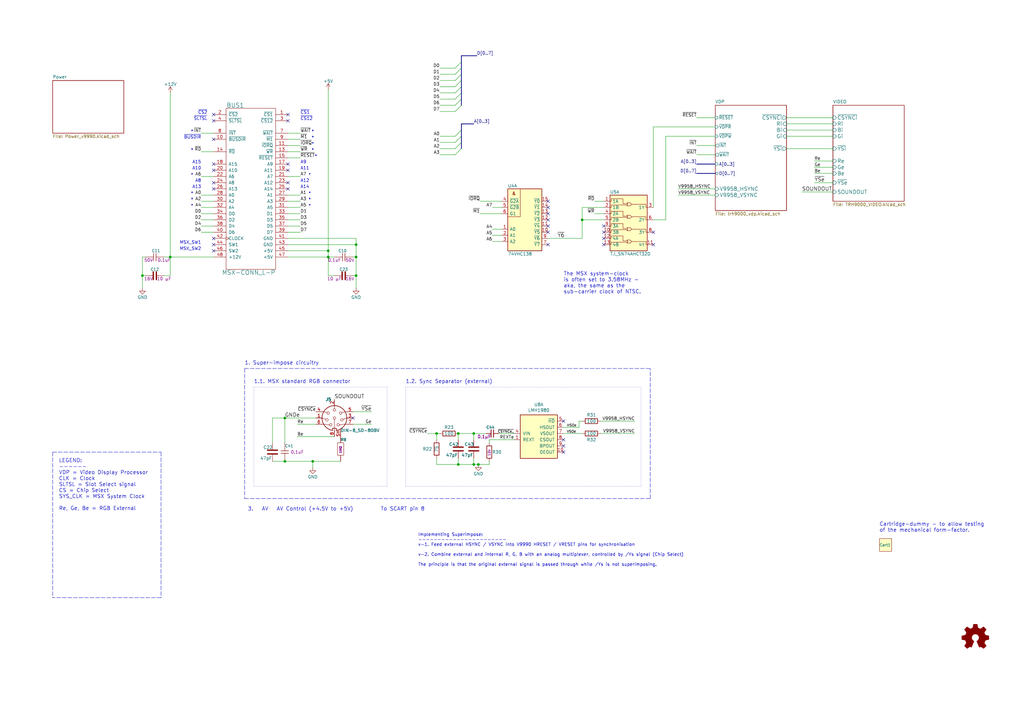
<source format=kicad_sch>
(kicad_sch (version 20211123) (generator eeschema)
  (paper "A3")
  (title_block (title "TRH9000D") (date "2022-08-04") (rev "AA") (comment 2 "Shared under CERN-OHL-S license") (comment 3 "TRH9000 - Open Source MSX Graphics Card based on the Yamaha V9990") (comment 4 "Designed  by: Cristiano Goncalves, Doomn00b, SD_Snatcher"))
  (lib_symbols
    (symbol "Device:C" (pin_numbers hide) (pin_names (offset 0.254))
      (property "Reference" "C" (at 0.635 2.54 0))
      (property "Value" "C" (at 0.635 -2.54 0))
      (symbol "C_1_1"
        (pin passive line (at 0 3.81 270) (length 2.794) (name "~") (number "1"))
        (pin passive line (at 0 -3.81 90) (length 2.794) (name "~") (number "2"))
      )
    )
    (symbol "Device:R" (pin_numbers hide) (pin_names (offset 0))
      (property "Reference" "R" (at 2.032 0 90))
      (property "Value" "R" (at 0 0 90))
      (symbol "R_1_1"
        (pin passive line (at 0 3.81 270) (length 1.27) (name "~") (number "1"))
        (pin passive line (at 0 -3.81 90) (length 1.27) (name "~") (number "2"))
      )
    )
    (symbol "Graphic:Logo_Open_Hardware_Small" (pin_names (offset 1.016)))
    (symbol "LRJ-parts:C_CC0805JPX7R9BB104" (pin_numbers hide) (pin_names (offset 1.016) hide)
      (property "Reference" "C" (at 1.524 2.921 0))
      (property "MPN" "CC0805JPX7R9BB104" (at -12.7 0 0))
      (symbol "C_CC0805JPX7R9BB104_1_1"
        (pin passive line (at 0 3.81 270) (length 2.54) (name "1") (number "1"))
        (pin passive line (at 0 -3.81 90) (length 2.54) (name "2") (number "2"))
      )
    )
    (symbol "LRJ-parts:C_CL10B104KB8NNNL" (pin_numbers hide) (pin_names (offset 0.254) hide)
      (property "Reference" "C" (at 0.254 1.778 0))
      (property "Value" "C_CL10B104KB8NNNL" (at 0.254 -2.032 0))
      (property "Capacitance " " 0,1µF" (at -6.35 0 0))
      (property "Voltage Rating" "50V" (at -6.35 -2.54 0))
      (symbol "C_CL10B104KB8NNNL_1_1"
        (pin passive line (at 0 2.54 270) (length 2.032) (name "~") (number "1"))
        (pin passive line (at 0 -2.54 90) (length 2.032) (name "~") (number "2"))
      )
    )
    (symbol "LRJ-parts:C_CL21B106KOQNNNE" (pin_numbers hide) (pin_names (offset 1.016) hide)
      (property "Reference" "C" (at 1.524 2.921 0))
      (property "Capacitance" "10 µF" (at 5.08 0 0))
      (property "Voltage rating" "16V" (at 5.08 -2.54 0))
      (symbol "C_CL21B106KOQNNNE_1_1"
        (pin passive line (at 0 3.81 270) (length 2.54) (name "1") (number "1"))
        (pin passive line (at 0 -3.81 90) (length 2.54) (name "2") (number "2"))
      )
    )
    (symbol "LRJ-parts:DIN-8_SD-80BV" (pin_names (offset 1.016))
      (property "Reference" "J" (at 3.175 5.715 0))
      (property "Value" "DIN-8_SD-80BV" (at 5.08 -5.08 0))
      (symbol "DIN-8_SD-80BV_1_1"
        (pin passive line (at -7.62 0 0) (length 2.54) (name "1") (number "1"))
        (pin passive line (at 0 7.62 270) (length 2.54) (name "2") (number "2"))
        (pin passive line (at 7.62 0 180) (length 2.54) (name "3") (number "3"))
        (pin passive line (at -7.62 2.54 0) (length 2.54) (name "4") (number "4"))
        (pin passive line (at 7.62 2.54 180) (length 2.54) (name "5") (number "5"))
        (pin passive line (at -7.62 -2.54 0) (length 2.54) (name "6") (number "6"))
        (pin passive line (at 7.62 -2.54 180) (length 2.54) (name "7") (number "7"))
        (pin passive line (at 0 -7.62 90) (length 2.54) (name "8") (number "8"))
        (pin passive line (at 2.54 -7.62 90) (length 2.54) (name "SH") (number "SH"))
      )
    )
    (symbol "LRJ-parts:LMH1980" (pin_names (offset 1.016))
      (property "Reference" "U" (at -11.43 11.43 0))
      (property "Value" "LMH1980" (at 3.81 11.43 0))
      (symbol "LMH1980_1_1"
        (pin input line (at -10.16 0 0) (length 2.54) (name "REXT") (number "1"))
        (pin output line (at 10.16 -5.08 180) (length 2.54) (name "OEOUT") (number "10"))
        (pin input line (at -10.16 2.54 0) (length 2.54) (name "VIN") (number "4"))
        (pin output line (at 10.16 7.62 180) (length 2.54) (name "~{HD}") (number "5"))
        (pin output line (at 10.16 5.08 180) (length 2.54) (name "HSOUT") (number "6"))
        (pin output line (at 10.16 2.54 180) (length 2.54) (name "VSOUT") (number "7"))
        (pin output line (at 10.16 0 180) (length 2.54) (name "CSOUT") (number "8"))
        (pin output line (at 10.16 -2.54 180) (length 2.54) (name "BPOUT") (number "9"))
      )
      (symbol "LMH1980_2_1"
        (pin power_in line (at 0 -7.62 90) (length 2.54) (name "GND") (number "2"))
        (pin power_in line (at 0 7.62 270) (length 2.54) (name "VCC") (number "3"))
      )
    )
    (symbol "LRJ-parts:R_ERJ-3GEYJ105V" (pin_numbers hide) (pin_names (offset 1.016) hide)
      (property "Reference" "R" (at -5.08 1.27 0))
      (property "Value" "R_ERJ-3GEYJ105V" (at -10.16 -3.81 0))
      (property "Resistance" "1MΩ" (at 0 0 0))
      (symbol "R_ERJ-3GEYJ105V_1_1"
        (pin passive line (at -5.08 0 0) (length 2.54) (name "1") (number "1"))
        (pin passive line (at 5.08 0 180) (length 2.54) (name "2") (number "2"))
      )
    )
    (symbol "LRJ-parts:R_RC0603FR-0710KL" (pin_numbers hide) (pin_names (offset 0))
      (property "Reference" "R" (at 0 0 90))
      (property "Value" "R_RC0603FR-0710KL" (at -12.7 0 0))
      (property "Resistance" "10k" (at 3.81 -1.27 0))
      (symbol "R_RC0603FR-0710KL_1_1"
        (pin passive line (at 0 3.81 270) (length 1.27) (name "~") (number "1"))
        (pin passive line (at 0 -3.81 90) (length 1.27) (name "~") (number "2"))
      )
    )
    (symbol "TRH9000:74VHC138" (pin_names (offset 0.762))
      (property "Reference" "U" (at -17.78 12.7 0))
      (property "Value" "74VHC138" (at -17.78 10.16 0))
      (symbol "74VHC138_1_0"
        (text "&" (at -3.81 10.795 0) (effects (font (size 1.27 1.27))))
      )
      (symbol "74VHC138_1_1"
        (pin input line (at -8.89 -3.81 0) (length 2.54) (name "A0") (number "1"))
        (pin output line (at 10.16 -5.08 180) (length 2.54) (name "~{Y5}") (number "10"))
        (pin output line (at 10.16 -2.54 180) (length 2.54) (name "~{Y4}") (number "11"))
        (pin output line (at 10.16 0 180) (length 2.54) (name "~{Y3}") (number "12"))
        (pin output line (at 10.16 2.54 180) (length 2.54) (name "~{Y2}") (number "13"))
        (pin output line (at 10.16 5.08 180) (length 2.54) (name "~{Y1}") (number "14"))
        (pin output line (at 10.16 7.62 180) (length 2.54) (name "~{Y0}") (number "15"))
        (pin input line (at -8.89 -6.35 0) (length 2.54) (name "A1") (number "2"))
        (pin input line (at -8.89 -8.89 0) (length 2.54) (name "A2") (number "3"))
        (pin input line (at -8.89 7.62 0) (length 2.54) (name "~{G2A}") (number "4"))
        (pin input line (at -8.89 5.08 0) (length 2.54) (name "~{G2B}") (number "5"))
        (pin input line (at -8.89 2.54 0) (length 2.54) (name "G1") (number "6"))
        (pin output line (at 10.16 -10.16 180) (length 2.54) (name "~{Y7}") (number "7"))
        (pin output line (at 10.16 -7.62 180) (length 2.54) (name "~{Y6}") (number "9"))
      )
      (symbol "74VHC138_2_0"
        (pin power_in line (at 0 7.62 270) (length 2.54) (name "VCC") (number "16"))
      )
      (symbol "74VHC138_2_1"
        (pin power_in line (at 0 -7.62 90) (length 2.54) (name "GND") (number "8"))
      )
    )
    (symbol "TRH9000:MSX-CONN_L-P" (pin_names (offset 1.016)) (in_bom no)
      (property "Reference" "BUS" (at -10.16 34.29 0))
      (property "Value" "MSX-CONN_L-P" (at -10.16 -34.29 0))
      (symbol "MSX-CONN_L-P_1_1"
        (pin output line (at -15.24 30.48 0) (length 5.08) (name "~{CS1}") (number "1"))
        (pin output line (at 15.24 20.32 180) (length 5.08) (name "~{BUSDIR}") (number "10"))
        (pin output line (at -15.24 17.78 0) (length 5.08) (name "~{IORQ}") (number "11"))
        (pin output line (at -15.24 15.24 0) (length 5.08) (name "~{WR}") (number "13"))
        (pin output line (at 15.24 15.24 180) (length 5.08) (name "~{RD}") (number "14"))
        (pin output line (at -15.24 12.7 0) (length 5.08) (name "~{RESET}") (number "15"))
        (pin output line (at -15.24 10.16 0) (length 5.08) (name "A9") (number "17"))
        (pin output line (at 15.24 10.16 180) (length 5.08) (name "A15") (number "18"))
        (pin output line (at -15.24 7.62 0) (length 5.08) (name "A11") (number "19"))
        (pin output line (at 15.24 30.48 180) (length 5.08) (name "~{CS2}") (number "2"))
        (pin output line (at 15.24 7.62 180) (length 5.08) (name "A10") (number "20"))
        (pin output line (at -15.24 5.08 0) (length 5.08) (name "A7") (number "21"))
        (pin output line (at 15.24 5.08 180) (length 5.08) (name "A6") (number "22"))
        (pin output line (at -15.24 2.54 0) (length 5.08) (name "A12") (number "23"))
        (pin output line (at 15.24 2.54 180) (length 5.08) (name "A8") (number "24"))
        (pin output line (at -15.24 0 0) (length 5.08) (name "A14") (number "25"))
        (pin output line (at 15.24 0 180) (length 5.08) (name "A13") (number "26"))
        (pin output line (at -15.24 -2.54 0) (length 5.08) (name "A1") (number "27"))
        (pin output line (at 15.24 -2.54 180) (length 5.08) (name "A0") (number "28"))
        (pin output line (at -15.24 -5.08 0) (length 5.08) (name "A3") (number "29"))
        (pin output line (at -15.24 27.94 0) (length 5.08) (name "~{CS12}") (number "3"))
        (pin output line (at 15.24 -5.08 180) (length 5.08) (name "A2") (number "30"))
        (pin output line (at -15.24 -7.62 0) (length 5.08) (name "A5") (number "31"))
        (pin output line (at 15.24 -7.62 180) (length 5.08) (name "A4") (number "32"))
        (pin tri_state line (at -15.24 -10.16 0) (length 5.08) (name "D1") (number "33"))
        (pin tri_state line (at 15.24 -10.16 180) (length 5.08) (name "D0") (number "34"))
        (pin tri_state line (at -15.24 -12.7 0) (length 5.08) (name "D3") (number "35"))
        (pin tri_state line (at 15.24 -12.7 180) (length 5.08) (name "D2~{}") (number "36"))
        (pin tri_state line (at -15.24 -15.24 0) (length 5.08) (name "D5") (number "37"))
        (pin tri_state line (at 15.24 -15.24 180) (length 5.08) (name "D4") (number "38"))
        (pin tri_state line (at -15.24 -17.78 0) (length 5.08) (name "D7") (number "39"))
        (pin output line (at 15.24 27.94 180) (length 5.08) (name "~{SLTSL}") (number "4"))
        (pin tri_state line (at 15.24 -17.78 180) (length 5.08) (name "D6") (number "40"))
        (pin power_in line (at -15.24 -20.32 0) (length 5.08) (name "GND") (number "41"))
        (pin output clock (at 15.24 -20.32 180) (length 5.08) (name "CLOCK") (number "42"))
        (pin power_in line (at -15.24 -22.86 0) (length 5.08) (name "GND") (number "43"))
        (pin passive line (at 15.24 -22.86 180) (length 5.08) (name "SW1") (number "44"))
        (pin power_in line (at -15.24 -25.4 0) (length 5.08) (name "+5V") (number "45"))
        (pin passive line (at 15.24 -25.4 180) (length 5.08) (name "SW2") (number "46"))
        (pin power_in line (at -15.24 -27.94 0) (length 5.08) (name "+5V") (number "47"))
        (pin power_in line (at 15.24 -27.94 180) (length 5.08) (name "+12V") (number "48"))
        (pin input line (at -15.24 22.86 0) (length 5.08) (name "~{WAIT}") (number "7"))
        (pin open_collector line (at 15.24 22.86 180) (length 5.08) (name "~{INT}") (number "8"))
        (pin output line (at -15.24 20.32 0) (length 5.08) (name "~{M1}") (number "9"))
      )
    )
    (symbol "TRH9000:MSX-cartridge_dummy" (pin_numbers hide) (pin_names (offset 0.762) hide)
      (property "Reference" "Cart" (at 0 -1.27 0))
    )
    (symbol "TRH9000:T.I_SN74AHCT32D" (pin_names (offset 1))
      (property "Reference" "U5" (at -22.86 17.78 0))
      (property "Value" "T.I_SN74AHCT32D" (at -22.86 15.24 0))
      (symbol "T.I_SN74AHCT32D_1_1"
        (pin input line (at -10.16 10.16 0) (length 2.54) (name "1A") (number "1"))
        (pin input line (at -10.16 -2.54 0) (length 2.54) (name "3B") (number "10"))
        (pin output line (at 10.16 -7.62 180) (length 2.54) (name "4Y") (number "11"))
        (pin input line (at -10.16 -5.08 0) (length 2.54) (name "4A") (number "12"))
        (pin input line (at -10.16 -7.62 0) (length 2.54) (name "4B") (number "13"))
        (pin input line (at -10.16 7.62 0) (length 2.54) (name "1B") (number "2"))
        (pin output line (at 10.16 7.62 180) (length 2.54) (name "1Y") (number "3"))
        (pin input line (at -10.16 5.08 0) (length 2.54) (name "2A") (number "4"))
        (pin input line (at -10.16 2.54 0) (length 2.54) (name "2B") (number "5"))
        (pin output line (at 10.16 2.54 180) (length 2.54) (name "2Y") (number "6"))
        (pin output line (at 10.16 -2.54 180) (length 2.54) (name "3Y") (number "8"))
        (pin input line (at -10.16 0 0) (length 2.54) (name "3A") (number "9"))
      )
      (symbol "T.I_SN74AHCT32D_2_0"
        (text "GND" (at 0 -1.27 0) (effects (font (size 1.27 1.27))))
        (text "VCC" (at 0 1.27 0) (effects (font (size 1.27 1.27))))
      )
      (symbol "T.I_SN74AHCT32D_2_1"
        (pin power_in line (at 0 5.08 270) (length 2.54) (name "VCC") (number "14"))
        (pin power_in line (at 0 -5.08 90) (length 2.54) (name "GND") (number "7"))
      )
    )
    (symbol "power:+12V" (power) (pin_names (offset 0))
      (property "Value" "+12V" (at 0 3.556 0))
      (symbol "+12V_1_1"
        (pin power_in line (at 0 0 90) (length 0) hide (name "+12V") (number "1"))
      )
    )
    (symbol "power:+5V" (power) (pin_names (offset 0))
      (property "Value" "+5V" (at 0 3.556 0))
      (symbol "+5V_1_1"
        (pin power_in line (at 0 0 90) (length 0) hide (name "+5V") (number "1"))
      )
    )
    (symbol "power:GND" (power) (pin_names (offset 0))
      (property "Value" "GND" (at 0 -3.81 0))
      (symbol "GND_1_1"
        (pin power_in line (at 0 0 270) (length 0) hide (name "GND") (number "1"))
      )
    )
  )
  (junction (at 196.215 190.5))
  (junction (at 134.62 105.41))
  (junction (at 128.27 189.23))
  (junction (at 194.31 190.5))
  (junction (at 179.07 177.8))
  (junction (at 116.84 171.45))
  (junction (at 194.31 177.8))
  (junction (at 146.05 105.41))
  (junction (at 134.62 102.87))
  (junction (at 69.85 105.41))
  (junction (at 187.96 190.5))
  (junction (at 116.84 189.23))
  (junction (at 238.76 90.17))
  (junction (at 146.05 113.03))
  (junction (at 146.05 100.33))
  (junction (at 58.42 113.03))
  (junction (at 187.96 177.8))
  (no_connect (at 87.63 69.85))
  (no_connect (at 118.11 69.85))
  (no_connect (at 87.63 100.33))
  (no_connect (at 267.97 95.25))
  (no_connect (at 118.11 49.53))
  (no_connect (at 87.63 97.79))
  (no_connect (at 87.63 49.53))
  (no_connect (at 231.14 182.88))
  (no_connect (at 118.11 74.93))
  (no_connect (at 118.11 77.47))
  (no_connect (at 118.11 67.31))
  (no_connect (at 231.14 180.34))
  (no_connect (at 87.63 77.47))
  (no_connect (at 87.63 74.93))
  (no_connect (at 247.65 92.71))
  (no_connect (at 247.65 95.25))
  (no_connect (at 224.79 90.17))
  (no_connect (at 224.79 100.33))
  (no_connect (at 224.79 82.55))
  (no_connect (at 224.79 85.09))
  (no_connect (at 224.79 92.71))
  (no_connect (at 224.79 95.25))
  (no_connect (at 224.79 87.63))
  (no_connect (at 144.78 171.45))
  (no_connect (at 87.63 46.99))
  (no_connect (at 231.14 185.42))
  (no_connect (at 87.63 102.87))
  (no_connect (at 231.14 172.72))
  (no_connect (at 247.65 100.33))
  (no_connect (at 247.65 97.79))
  (no_connect (at 267.97 100.33))
  (no_connect (at 87.63 57.15))
  (no_connect (at 87.63 67.31))
  (no_connect (at 118.11 46.99))
  (bus_entry (at 189.23 58.42) (size -2.54 2.54))
  (bus_entry (at 189.23 33.02) (size -2.54 2.54))
  (bus_entry (at 189.23 53.34) (size -2.54 2.54))
  (bus_entry (at 189.23 40.64) (size -2.54 2.54))
  (bus_entry (at 189.23 25.4) (size -2.54 2.54))
  (bus_entry (at 189.23 35.56) (size -2.54 2.54))
  (bus_entry (at 189.23 38.1) (size -2.54 2.54))
  (bus_entry (at 189.23 30.48) (size -2.54 2.54))
  (bus_entry (at 189.23 60.96) (size -2.54 2.54))
  (bus_entry (at 189.23 43.18) (size -2.54 2.54))
  (bus_entry (at 189.23 55.88) (size -2.54 2.54))
  (bus_entry (at 189.23 27.94) (size -2.54 2.54))
  (wire (pts (xy 118.11 95.25) (xy 123.19 95.25)))
  (polyline (pts (xy 104.14 158.75) (xy 104.14 199.39)) (stroke (width 0) (type dot)))
  (wire (pts (xy 69.85 105.41) (xy 69.85 113.03)))
  (wire (pts (xy 144.78 168.91) (xy 152.4 168.91)))
  (wire (pts (xy 237.49 172.72) (xy 238.76 172.72)))
  (wire (pts (xy 111.76 171.45) (xy 116.84 171.45)))
  (wire (pts (xy 118.11 72.39) (xy 123.19 72.39)))
  (wire (pts (xy 238.76 85.09) (xy 238.76 90.17)))
  (wire (pts (xy 111.76 189.23) (xy 116.84 189.23)))
  (wire (pts (xy 238.76 90.17) (xy 238.76 97.79)))
  (wire (pts (xy 118.11 102.87) (xy 134.62 102.87)))
  (bus (pts (xy 189.23 27.94) (xy 189.23 30.48)))
  (wire (pts (xy 82.55 87.63) (xy 87.63 87.63)))
  (wire (pts (xy 267.97 52.07) (xy 267.97 85.09)))
  (wire (pts (xy 146.05 113.03) (xy 144.78 113.03)))
  (bus (pts (xy 189.23 40.64) (xy 189.23 43.18)))
  (wire (pts (xy 118.11 80.01) (xy 123.19 80.01)))
  (wire (pts (xy 116.84 189.23) (xy 128.27 189.23)))
  (wire (pts (xy 194.31 190.5) (xy 196.215 190.5)))
  (wire (pts (xy 118.11 90.17) (xy 123.19 90.17)))
  (wire (pts (xy 146.05 105.41) (xy 144.78 105.41)))
  (wire (pts (xy 116.84 171.45) (xy 129.54 171.45)))
  (wire (pts (xy 118.11 85.09) (xy 123.19 85.09)))
  (wire (pts (xy 180.34 43.18) (xy 186.69 43.18)))
  (wire (pts (xy 322.58 53.34) (xy 341.63 53.34)))
  (wire (pts (xy 121.92 179.07) (xy 137.16 179.07)))
  (wire (pts (xy 285.75 48.26) (xy 293.37 48.26)))
  (wire (pts (xy 180.34 30.48) (xy 186.69 30.48)))
  (polyline (pts (xy 66.04 185.42) (xy 66.04 245.11)))
  (wire (pts (xy 237.49 172.72) (xy 237.49 175.26)))
  (wire (pts (xy 180.34 27.94) (xy 186.69 27.94)))
  (wire (pts (xy 116.84 181.61) (xy 116.84 171.45)))
  (wire (pts (xy 118.11 100.33) (xy 146.05 100.33)))
  (wire (pts (xy 134.62 36.83) (xy 134.62 102.87)))
  (bus (pts (xy 285.75 67.31) (xy 293.37 67.31)))
  (wire (pts (xy 187.96 177.8) (xy 194.31 177.8)))
  (wire (pts (xy 180.34 45.72) (xy 186.69 45.72)))
  (wire (pts (xy 187.96 187.96) (xy 187.96 190.5)))
  (wire (pts (xy 128.27 189.23) (xy 139.7 189.23)))
  (wire (pts (xy 194.31 187.96) (xy 194.31 190.5)))
  (wire (pts (xy 118.11 54.61) (xy 123.19 54.61)))
  (polyline (pts (xy 166.37 199.39) (xy 262.89 199.39)) (stroke (width 0) (type dot)))
  (wire (pts (xy 194.31 177.8) (xy 199.39 177.8)))
  (wire (pts (xy 175.26 177.8) (xy 179.07 177.8)))
  (wire (pts (xy 231.14 175.26) (xy 237.49 175.26)))
  (polyline (pts (xy 262.89 199.39) (xy 262.89 158.75)) (stroke (width 0) (type dot)))
  (bus (pts (xy 189.23 50.8) (xy 189.23 53.34)))
  (wire (pts (xy 180.34 63.5) (xy 186.69 63.5)))
  (bus (pts (xy 189.23 33.02) (xy 189.23 35.56)))
  (wire (pts (xy 58.42 105.41) (xy 58.42 113.03)))
  (bus (pts (xy 195.58 22.86) (xy 189.23 22.86)))
  (wire (pts (xy 200.66 189.23) (xy 200.66 190.5)))
  (wire (pts (xy 200.66 180.34) (xy 210.82 180.34)))
  (polyline (pts (xy 104.14 158.75) (xy 158.75 158.75)) (stroke (width 0) (type dot)))
  (wire (pts (xy 69.85 105.41) (xy 67.31 105.41)))
  (bus (pts (xy 189.23 25.4) (xy 189.23 27.94)))
  (bus (pts (xy 189.23 35.56) (xy 189.23 38.1)))
  (wire (pts (xy 111.76 181.61) (xy 111.76 171.45)))
  (wire (pts (xy 334.01 68.58) (xy 341.63 68.58)))
  (wire (pts (xy 180.34 60.96) (xy 186.69 60.96)))
  (polyline (pts (xy 100.33 151.13) (xy 100.33 204.47)))
  (wire (pts (xy 82.55 95.25) (xy 87.63 95.25)))
  (wire (pts (xy 179.07 187.96) (xy 179.07 190.5)))
  (wire (pts (xy 201.93 85.09) (xy 205.74 85.09)))
  (wire (pts (xy 328.93 78.74) (xy 341.63 78.74)))
  (wire (pts (xy 201.93 93.98) (xy 205.74 93.98)))
  (wire (pts (xy 201.93 99.06) (xy 205.74 99.06)))
  (bus (pts (xy 189.23 58.42) (xy 189.23 60.96)))
  (wire (pts (xy 58.42 105.41) (xy 59.69 105.41)))
  (wire (pts (xy 194.31 177.8) (xy 194.31 180.34)))
  (wire (pts (xy 273.05 55.88) (xy 293.37 55.88)))
  (wire (pts (xy 146.05 113.03) (xy 146.05 118.11)))
  (wire (pts (xy 118.11 87.63) (xy 123.19 87.63)))
  (wire (pts (xy 273.05 55.88) (xy 273.05 90.17)))
  (polyline (pts (xy 21.59 185.42) (xy 66.04 185.42)))
  (wire (pts (xy 180.34 55.88) (xy 186.69 55.88)))
  (wire (pts (xy 179.07 190.5) (xy 187.96 190.5)))
  (wire (pts (xy 118.11 64.77) (xy 123.19 64.77)))
  (wire (pts (xy 82.55 85.09) (xy 87.63 85.09)))
  (wire (pts (xy 322.58 55.88) (xy 341.63 55.88)))
  (wire (pts (xy 82.55 92.71) (xy 87.63 92.71)))
  (wire (pts (xy 196.215 190.5) (xy 200.66 190.5)))
  (wire (pts (xy 278.13 77.47) (xy 293.37 77.47)))
  (wire (pts (xy 58.42 113.03) (xy 59.69 113.03)))
  (wire (pts (xy 200.66 181.61) (xy 200.66 180.34)))
  (wire (pts (xy 231.14 177.8) (xy 238.76 177.8)))
  (wire (pts (xy 134.62 105.41) (xy 137.16 105.41)))
  (wire (pts (xy 82.55 72.39) (xy 87.63 72.39)))
  (wire (pts (xy 118.11 82.55) (xy 123.19 82.55)))
  (wire (pts (xy 278.13 80.01) (xy 293.37 80.01)))
  (polyline (pts (xy 100.33 151.13) (xy 266.7 151.13)))
  (wire (pts (xy 118.11 92.71) (xy 123.19 92.71)))
  (wire (pts (xy 134.62 113.03) (xy 137.16 113.03)))
  (polyline (pts (xy 266.7 204.47) (xy 266.7 151.13)))
  (wire (pts (xy 121.92 173.99) (xy 129.54 173.99)))
  (wire (pts (xy 152.4 173.99) (xy 144.78 173.99)))
  (polyline (pts (xy 66.04 245.11) (xy 21.59 245.11)))
  (wire (pts (xy 118.11 57.15) (xy 123.19 57.15)))
  (wire (pts (xy 246.38 172.72) (xy 260.35 172.72)))
  (wire (pts (xy 118.11 105.41) (xy 134.62 105.41)))
  (wire (pts (xy 69.85 105.41) (xy 87.63 105.41)))
  (wire (pts (xy 134.62 105.41) (xy 134.62 113.03)))
  (wire (pts (xy 322.58 60.96) (xy 341.63 60.96)))
  (bus (pts (xy 285.75 71.12) (xy 293.37 71.12)))
  (wire (pts (xy 118.11 62.23) (xy 123.19 62.23)))
  (wire (pts (xy 82.55 82.55) (xy 87.63 82.55)))
  (wire (pts (xy 285.75 59.69) (xy 293.37 59.69)))
  (wire (pts (xy 204.47 177.8) (xy 210.82 177.8)))
  (polyline (pts (xy 158.75 158.75) (xy 158.75 199.39)) (stroke (width 0) (type dot)))
  (wire (pts (xy 180.34 38.1) (xy 186.69 38.1)))
  (polyline (pts (xy 158.75 199.39) (xy 104.14 199.39)) (stroke (width 0) (type dot)))
  (wire (pts (xy 179.07 177.8) (xy 180.34 177.8)))
  (bus (pts (xy 189.23 55.88) (xy 189.23 58.42)))
  (wire (pts (xy 322.58 50.8) (xy 341.63 50.8)))
  (wire (pts (xy 82.55 62.23) (xy 87.63 62.23)))
  (wire (pts (xy 69.85 105.41) (xy 69.85 38.1)))
  (bus (pts (xy 189.23 30.48) (xy 189.23 33.02)))
  (wire (pts (xy 187.96 177.8) (xy 187.96 180.34)))
  (wire (pts (xy 246.38 177.8) (xy 260.35 177.8)))
  (wire (pts (xy 247.65 90.17) (xy 238.76 90.17)))
  (wire (pts (xy 341.63 74.93) (xy 334.01 74.93)))
  (wire (pts (xy 128.27 191.77) (xy 128.27 189.23)))
  (bus (pts (xy 189.23 22.86) (xy 189.23 25.4)))
  (wire (pts (xy 238.76 85.09) (xy 247.65 85.09)))
  (wire (pts (xy 285.75 63.5) (xy 293.37 63.5)))
  (wire (pts (xy 196.85 87.63) (xy 205.74 87.63)))
  (wire (pts (xy 180.34 35.56) (xy 186.69 35.56)))
  (wire (pts (xy 267.97 52.07) (xy 293.37 52.07)))
  (wire (pts (xy 82.55 54.61) (xy 87.63 54.61)))
  (wire (pts (xy 146.05 105.41) (xy 146.05 113.03)))
  (wire (pts (xy 334.01 66.04) (xy 341.63 66.04)))
  (wire (pts (xy 243.84 82.55) (xy 247.65 82.55)))
  (wire (pts (xy 180.34 33.02) (xy 186.69 33.02)))
  (polyline (pts (xy 166.37 158.75) (xy 262.89 158.75)) (stroke (width 0) (type dot)))
  (wire (pts (xy 322.58 48.26) (xy 341.63 48.26)))
  (wire (pts (xy 82.55 90.17) (xy 87.63 90.17)))
  (wire (pts (xy 146.05 100.33) (xy 146.05 105.41)))
  (bus (pts (xy 189.23 55.88) (xy 189.23 53.34)))
  (polyline (pts (xy 166.37 158.75) (xy 166.37 199.39)) (stroke (width 0) (type dot)))
  (wire (pts (xy 334.01 71.12) (xy 341.63 71.12)))
  (wire (pts (xy 180.34 58.42) (xy 186.69 58.42)))
  (wire (pts (xy 146.05 97.79) (xy 146.05 100.33)))
  (bus (pts (xy 189.23 38.1) (xy 189.23 40.64)))
  (wire (pts (xy 243.84 87.63) (xy 247.65 87.63)))
  (polyline (pts (xy 100.33 204.47) (xy 266.7 204.47)))
  (wire (pts (xy 82.55 80.01) (xy 87.63 80.01)))
  (wire (pts (xy 118.11 97.79) (xy 146.05 97.79)))
  (polyline (pts (xy 21.59 185.42) (xy 21.59 245.11)))
  (wire (pts (xy 134.62 102.87) (xy 134.62 105.41)))
  (wire (pts (xy 58.42 113.03) (xy 58.42 118.11)))
  (wire (pts (xy 187.96 190.5) (xy 194.31 190.5)))
  (wire (pts (xy 69.85 113.03) (xy 67.31 113.03)))
  (wire (pts (xy 201.93 96.52) (xy 205.74 96.52)))
  (bus (pts (xy 189.23 50.8) (xy 194.31 50.8)))
  (wire (pts (xy 180.34 40.64) (xy 186.69 40.64)))
  (wire (pts (xy 224.79 97.79) (xy 238.76 97.79)))
  (wire (pts (xy 273.05 90.17) (xy 267.97 90.17)))
  (wire (pts (xy 179.07 180.34) (xy 179.07 177.8)))
  (wire (pts (xy 196.85 82.55) (xy 205.74 82.55)))
  (wire (pts (xy 118.11 59.69) (xy 123.19 59.69)))
  (text "." (at 128.27 64.77 0) (effects (font (size 5.08 5.08)) (justify left bottom)))
  (text "." (at 127 57.15 0) (effects (font (size 5.08 5.08)) (justify left bottom)))
  (text "." (at 77.47 62.23 0) (effects (font (size 5.08 5.08)) (justify left bottom)))
  (text "A10" (at 82.55 69.85 180) (effects (font (size 1.27 1.27)) (justify right bottom)))
  (text "1.1. MSX standard RGB connector" (at 104.14 157.48 0) (effects (font (size 1.524 1.524)) (justify left bottom)))
  (text "." (at 77.47 80.01 0) (effects (font (size 5.08 5.08)) (justify left bottom)))
  (text "MSX_SW2" (at 82.55 102.87 180) (effects (font (size 1.27 1.27)) (justify right bottom)))
  (text "." (at 77.47 85.09 0) (effects (font (size 5.08 5.08)) (justify left bottom)))
  (text "." (at 127 54.61 0) (effects (font (size 5.08 5.08)) (justify left bottom)))
  (text "~{CS12}" (at 123.19 49.53 0) (effects (font (size 1.27 1.27)) (justify left bottom)))
  (text "." (at 77.47 82.55 0) (effects (font (size 5.08 5.08)) (justify left bottom)))
  (text "A12" (at 123.19 74.93 0) (effects (font (size 1.27 1.27)) (justify left bottom)))
  (text "The MSX system-clock\nis often set to 3.58MHz -\naka, the same as the\nsub-carrier clock of NTSC." (at 231.14 120.65 0) (effects (font (size 1.524 1.524)) (justify left bottom)))
  (text "A14" (at 123.19 77.47 0) (effects (font (size 1.27 1.27)) (justify left bottom)))
  (text "." (at 77.47 54.61 0) (effects (font (size 5.08 5.08)) (justify left bottom)))
  (text "~{BUSDIR}" (at 82.55 57.15 180) (effects (font (size 1.27 1.27)) (justify right bottom)))
  (text "Cartridge-dummy - to allow testing \nof the mechanical form-factor." (at 360.68 218.44 0) (effects (font (size 1.524 1.524)) (justify left bottom)))
  (text "MSX_SW1" (at 82.55 100.33 180) (effects (font (size 1.27 1.27)) (justify right bottom)))
  (text "A15" (at 82.55 67.31 180) (effects (font (size 1.27 1.27)) (justify right bottom)))
  (text "Implementing Superimpose:\n-----------------------\nv-1. Feed external HSYNC / VSYNC into V9990 HRESET / VRESET pins for synchronisation\n\nv-2. Combine external and internal R, G, B with an analog multiplexer, controlled by /Ys signal (Chip Select)\n\nThe principle is that the original external signal is passed through while /Ys is not superimposing." (at 171.45 232.41 0) (effects (font (size 1.27 1.27)) (justify left bottom)))
  (text "A13" (at 82.55 77.47 180) (effects (font (size 1.27 1.27)) (justify right bottom)))
  (text "." (at 127 62.23 0) (effects (font (size 5.08 5.08)) (justify left bottom)))
  (text "LEGEND:\n------\nVDP = Video Display Processor\nCLK = Clock\nSLTSL = Slot Select signal\nCS = Chip Select\nSYS_CLK = MSX System Clock\n\nRe, Ge, Be = RGB External" (at 24.13 209.55 0) (effects (font (size 1.524 1.524)) (justify left bottom)))
  (text "." (at 127 59.69 0) (effects (font (size 5.08 5.08)) (justify left bottom)))
  (text "~{CS1}" (at 123.19 46.99 0) (effects (font (size 1.27 1.27)) (justify left bottom)))
  (text "." (at 125.73 85.09 0) (effects (font (size 5.08 5.08)) (justify left bottom)))
  (text "A11" (at 123.19 69.85 0) (effects (font (size 1.27 1.27)) (justify left bottom)))
  (text "." (at 125.73 72.39 0) (effects (font (size 5.08 5.08)) (justify left bottom)))
  (text "A8" (at 82.55 74.93 180) (effects (font (size 1.27 1.27)) (justify right bottom)))
  (text "~{CS2}" (at 85.09 46.99 180) (effects (font (size 1.27 1.27)) (justify right bottom)))
  (text "1. Super-impose circuitry" (at 100.33 149.86 0) (effects (font (size 1.524 1.524)) (justify left bottom)))
  (text "1.2. Sync Separator (external)" (at 166.37 157.48 0) (effects (font (size 1.524 1.524)) (justify left bottom)))
  (text "A9" (at 123.19 67.31 0) (effects (font (size 1.27 1.27)) (justify left bottom)))
  (text "~{SLTSL}" (at 85.09 49.53 180) (effects (font (size 1.27 1.27)) (justify right bottom)))
  (text "3. 	AV 	AV Control (+4.5V to +5V) 	To SCART pin 8\n\n\n" (at 101.6 214.63 0) (effects (font (size 1.524 1.524)) (justify left bottom)))
  (text "." (at 125.73 80.01 0) (effects (font (size 5.08 5.08)) (justify left bottom)))
  (text "." (at 77.47 72.39 0) (effects (font (size 5.08 5.08)) (justify left bottom)))
  (text "." (at 125.73 82.55 0) (effects (font (size 5.08 5.08)) (justify left bottom)))
  (label "Be" (at 121.92 179.07 0))
  (label "~{WAIT}" (at 123.19 54.61 0))
  (label "~{RESET}" (at 285.75 48.26 180))
  (label "A7" (at 123.19 72.39 0))
  (label "A4" (at 201.93 93.98 180))
  (label "A2" (at 180.34 60.96 180))
  (label "~{CSYNCe_}" (at 210.82 177.8 180) (effects (font (size 1 1))))
  (label "~{M1}" (at 196.85 87.63 180))
  (label "D5" (at 123.19 92.71 0))
  (label "A3" (at 180.34 63.5 180))
  (label "A0" (at 180.34 55.88 180))
  (label "A6" (at 201.93 99.06 180))
  (label "A5" (at 123.19 85.09 0))
  (label "A2" (at 82.55 82.55 180))
  (label "GNDe" (at 116.84 171.45 0) (effects (font (size 1.524 1.524))))
  (label "Re" (at 121.92 173.99 0))
  (label "A6" (at 82.55 72.39 180))
  (label "HSOe" (at 232.41 175.26 0) (effects (font (size 1 1))))
  (label "A[0..3]" (at 194.31 50.8 0))
  (label "~{RD}" (at 82.55 62.23 180))
  (label "Ge" (at 334.01 68.58 0))
  (label "D7" (at 180.34 45.72 180))
  (label "~{CSYNCe}" (at 129.54 168.91 180))
  (label "D[0..7]" (at 195.58 22.86 0))
  (label "A[0..3]" (at 285.75 67.31 180))
  (label "A1" (at 180.34 58.42 180))
  (label "~{WR}" (at 123.19 62.23 0))
  (label "~{INT}" (at 82.55 54.61 180))
  (label "A5" (at 201.93 96.52 180))
  (label "D5" (at 180.34 40.64 180))
  (label "~{M1}" (at 123.19 57.15 0))
  (label "REXTe" (at 210.82 180.34 180))
  (label "Ge" (at 152.4 173.99 180))
  (label "A7" (at 201.93 85.09 180))
  (label "Re" (at 334.01 66.04 0))
  (label "~{INT}" (at 285.75 59.69 180))
  (label "~{IORQ}" (at 123.19 59.69 0))
  (label "~{Y6}" (at 228.6 97.79 0) (effects (font (size 1.524 1.524))))
  (label "D4" (at 180.34 38.1 180))
  (label "V9958_HSYNC" (at 278.13 77.47 0))
  (label "A4" (at 82.55 85.09 180))
  (label "Be" (at 334.01 71.12 0))
  (label "~{WR}" (at 243.84 87.63 180))
  (label "D[0..7]" (at 285.75 71.12 180))
  (label "~{CSYNCe}" (at 175.26 177.8 180))
  (label "D0" (at 82.55 87.63 180))
  (label "V9958_VSYNC" (at 260.35 177.8 180))
  (label "~{WAIT}" (at 285.75 63.5 180))
  (label "A3" (at 123.19 82.55 0))
  (label "D7" (at 123.19 95.25 0))
  (label "D0" (at 180.34 27.94 180))
  (label "A1" (at 123.19 80.01 0))
  (label "D2" (at 180.34 33.02 180))
  (label "D6" (at 180.34 43.18 180))
  (label "V9958_VSYNC" (at 278.13 80.01 0))
  (label "~{RD}" (at 243.84 82.55 180))
  (label "~{IORQ}" (at 196.85 82.55 180))
  (label "D1" (at 180.34 30.48 180))
  (label "D2" (at 82.55 90.17 180))
  (label "D3" (at 123.19 90.17 0))
  (label "SOUNDOUT" (at 137.16 163.83 0) (effects (font (size 1.524 1.524))))
  (label "SOUNDOUT" (at 328.93 78.74 0) (effects (font (size 1.524 1.524))))
  (label "D3" (at 180.34 35.56 180))
  (label "~{RESET}" (at 123.19 64.77 0))
  (label "A0" (at 82.55 80.01 180))
  (label "V9958_HSYNC" (at 260.35 172.72 180))
  (label "D1" (at 123.19 87.63 0))
  (label "VSOe" (at 232.41 177.8 0) (effects (font (size 1 1))))
  (label "~{YSe}" (at 334.01 74.93 0) (effects (font (size 1.524 1.524))))
  (label "D6" (at 82.55 95.25 180))
  (label "D4" (at 82.55 92.71 180))
  (label "~{YSe}" (at 152.4 168.91 180) (effects (font (size 1.524 1.524))))
  (symbol (lib_id "Device:R") (at 184.15 177.8 270) (mirror x) (unit 1)
    (property "Reference" "R23" (at 184.15 175.26 90))
    (property "Value" "100" (at 184.15 177.8 90))
    (property "Footprint" "LRJ:R_0603_1608Metric_roundcourt" (effects hide))
  )
  (symbol (lib_id "Device:R") (at 242.57 172.72 270) (mirror x) (unit 1)
    (property "Reference" "R31" (at 242.57 170.18 90))
    (property "Value" "100" (at 242.57 172.72 90))
    (property "Footprint" "Resistor_SMD:R_0603_1608Metric" (effects hide))
  )
  (symbol (lib_id "power:GND") (at 58.42 118.11 0) (mirror y) (unit 1)
    (property "Reference" "#PWR029" (effects hide))
    (property "Value" "GND" (at 58.42 121.92 0))
  )
  (symbol (lib_id "LRJ-parts:C_CC0805JPX7R9BB104") (at 140.97 105.41 90) (unit 1)
    (property "Reference" "C10" (at 142.24 102.87 90) (effects (font (size 1.143 1.143)) (justify left)))
    (property "Value" "C_CC0805JPX7R9BB104" (effects hide))
    (property "Footprint" "Capacitor_SMD:C_0805_2012Metric" (effects hide))
    (property "Datasheet" "https://www.yageo.com/upload/media/product/productsearch/datasheet/mlcc/UPY-GPHC_X7R_6.3V-to-50V_18.pdf" (effects hide))
    (property "Manufacturer" "Yageo" (effects hide))
    (property "MPN" "CC0805JPX7R9BB104" (effects hide))
    (property "Mouser datasheet" "https://www.mouser.se/datasheet/2/427/vjcommercialseries-1764145.pdf" (effects hide))
    (property "Capacitance" "0.1uF" (at 137.16 106.68 90))
    (property "Voltage rating" "50V" (at 143.51 106.68 90))
    (property "Temperature Coefficient " "X7R" (effects hide))
    (property "Mounting type" "SMD" (effects hide))
    (property "Status" "Active" (effects hide))
  )
  (symbol (lib_id "TRH9000:T.I_SN74AHCT32D") (at 257.81 92.71 0) (unit 1)
    (property "Reference" "U5" (at 250.19 78.74 0) (effects (justify left)))
    (property "Value" "T.I_SN74AHCT32D" (at 250.19 104.14 0) (effects (justify left)))
    (property "Footprint" "trh9000:Texas_R-PDSO-G14_3.6x4.4mm" (effects hide))
    (property "Datasheet" "https://www.ti.com/general/docs/suppproductinfo.tsp?distId=10&gotoUrl=https%3A%2F%2Fwww.ti.com%2Flit%2Fgpn%2Fsn74ahct32" (effects hide))
    (property "MPN" "SN74AHCT32DGVR" (effects hide))
    (property "DK_Detail_Page" "https://www.digikey.se/en/products/detail/texas-instruments/SN74AHCT32DGVR/376444" (effects hide))
    (property "Description" "OR Gate, 4 Channel, 14-TVSOP, 7.9nS" (effects hide))
    (property "Manufacturer" "Texas Instruments" (effects hide))
    (property "Status" "Active" (effects hide))
  )
  (symbol (lib_id "Device:R") (at 179.07 184.15 0) (unit 1)
    (property "Reference" "R22" (at 175.26 184.15 0))
    (property "Value" "75" (at 179.07 184.15 90))
    (property "Footprint" "Resistor_SMD:R_0603_1608Metric" (effects hide))
  )
  (symbol (lib_id "Device:C") (at 111.76 185.42 0) (unit 1)
    (property "Reference" "C22" (at 107.95 183.515 0) (effects (justify left)))
    (property "Value" "47pF" (at 106.68 187.96 0) (effects (justify left)))
    (property "Footprint" "Capacitor_SMD:C_0603_1608Metric" (effects hide))
  )
  (symbol (lib_id "Device:C") (at 187.96 184.15 0) (unit 1)
    (property "Reference" "C42" (at 184.15 182.245 0) (effects (justify left)))
    (property "Value" "47pF" (at 182.88 186.69 0) (effects (justify left)))
    (property "Footprint" "Capacitor_SMD:C_0603_1608Metric" (effects hide))
  )
  (symbol (lib_id "LRJ-parts:R_ERJ-3GEYJ105V") (at 139.7 184.15 90) (unit 1)
    (property "Reference" "R8" (at 139.7 180.34 90) (effects (font (size 1.143 1.143)) (justify right)))
    (property "Value" "R_ERJ-3GEYJ105V" (effects hide))
    (property "Footprint" "Resistor_SMD:R_0603_1608Metric" (effects hide))
    (property "Datasheet" "https://industrial.panasonic.com/ww/products/pt/general-purpose-chip-resistors/models/ERJ3GEYJ105V" (effects hide))
    (property "Manufacturer" "Panasonic Electronic Components" (effects hide))
    (property "MPN" "ERJ-3GEYJ105V" (effects hide))
    (property "Resistance" "1MΩ" (at 139.7 182.88 0) (effects (font (size 0.889 0.889)) (justify right)))
    (property "Voltage rating" "75V" (effects hide))
    (property "Operating Temperature " " -55°C to +155°C" (effects hide))
    (property "Status" "Active" (effects hide))
    (property "Mounting type" "SMD" (effects hide))
  )
  (symbol (lib_id "LRJ-parts:C_CL10B104KB8NNNL") (at 201.93 177.8 270) (mirror x) (unit 1)
    (property "Reference" "C44" (at 199.39 175.26 90) (effects (font (size 1.143 1.143)) (justify left)))
    (property "Value" "C_CL10B104KB8NNNL" (effects hide))
    (property "Footprint" "LRJ:C_0603_1608Metric_round_court" (effects hide))
    (property "Datasheet" "http://product.samsungsem.com/mlcc/CL10B104KB8NNN.do" (effects hide))
    (property "Manufacturer" "Samsung Electro-Mechanics" (effects hide))
    (property "MPN" "CL10B104KB8NNNL" (effects hide))
    (property "Temperature Coefficient " "X7R" (effects hide))
    (property "Capacitance " " 0,1µF" (at 198.12 179.07 90))
    (property "Tolerance" " ±10% " (effects hide))
    (property "Operating Temperature " " -55°C to +125°C " (effects hide))
    (property "Package" "1608 Metric" (effects hide))
    (property "DK_Datasheet" "https://media.digikey.com/pdf/Data%20Sheets/Samsung%20PDFs/CL_Series_MLCC_ds.pdf" (effects hide))
    (property "Voltage Rating" "50V" (effects hide))
  )
  (symbol (lib_id "LRJ-parts:LMH1980") (at 220.98 180.34 0) (unit 1)
    (property "Reference" "U8" (at 220.98 165.9382 0))
    (property "Value" "LMH1980" (at 220.98 168.2496 0))
    (property "Footprint" "Package_SO:VSSOP-10_3x3mm_P0.5mm" (effects hide))
    (property "Datasheet" "https://www.ti.com/general/docs/suppproductinfo.tsp?distId=10&gotoUrl=https%3A%2F%2Fwww.ti.com%2Flit%2Fgpn%2Flmh1980" (effects hide))
    (property "Manufacturer" "Texas Instruments" (effects hide))
    (property "MPN" "LMH1980MM/NOPBCT" (effects hide))
    (property "Description" " Video sync separator " (effects hide))
  )
  (symbol (lib_id "power:GND") (at 146.05 118.11 0) (unit 1)
    (property "Reference" "#PWR0107" (effects hide))
    (property "Value" "GND" (at 146.05 121.92 0))
  )
  (symbol (lib_id "Device:C") (at 194.31 184.15 0) (unit 1)
    (property "Reference" "C43" (at 190.5 182.245 0) (effects (justify left)))
    (property "Value" "47pF" (at 189.23 186.69 0) (effects (justify left)))
    (property "Footprint" "LRJ:C_0603_1608Metric_round_court" (effects hide))
  )
  (symbol (lib_id "LRJ-parts:C_CL21B106KOQNNNE") (at 63.5 113.03 270) (mirror x) (unit 1)
    (property "Reference" "C12" (at 63.5 110.49 90) (effects (font (size 1.143 1.143))))
    (property "Value" "C_CL21B106KOQNNNE" (effects hide))
    (property "Footprint" "Capacitor_SMD:C_0805_2012Metric" (effects hide))
    (property "Datasheet" "https://media.digikey.com/pdf/Data%20Sheets/Samsung%20PDFs/CL_Series_MLCC_ds.pdf" (effects hide))
    (property "Manufacturer" "Samsung Electro-Mechanics" (effects hide))
    (property "MPN" "CL21B106KOQNNNE" (effects hide))
    (property "Capacitance" "10 µF" (at 67.31 114.3 90))
    (property "Voltage rating" "16V" (at 60.96 114.3 90))
    (property "Temperature Coefficient " "X7R" (effects hide))
    (property "Mounting type" "SMD" (effects hide))
    (property "Status" "Active" (effects hide))
    (property "Description" "CAP CER 10UF 16V X7R 0805" (effects hide))
  )
  (symbol (lib_id "Device:R") (at 242.57 177.8 270) (mirror x) (unit 1)
    (property "Reference" "R32" (at 242.57 180.34 90))
    (property "Value" "100" (at 242.57 177.8 90))
    (property "Footprint" "Resistor_SMD:R_0603_1608Metric" (effects hide))
  )
  (symbol (lib_id "power:GND") (at 196.215 190.5 0) (unit 1)
    (property "Reference" "#PWR035" (effects hide))
    (property "Value" "GND" (at 196.215 194.31 0))
  )
  (symbol (lib_id "LRJ-parts:DIN-8_SD-80BV") (at 137.16 171.45 0) (unit 1)
    (property "Reference" "J5" (at 133.35 163.83 0) (effects (font bold) (justify left)))
    (property "Value" "DIN-8_SD-80BV" (at 139.7 176.53 0) (effects (justify left)))
    (property "Footprint" "LRJ:Jack_DIN_CUI_SD-80BV_Vertical" (effects hide))
    (property "Datasheet" "https://www.cuidevices.com/product/resource/digikeypdf/sd-bv-series.pdf" (effects hide))
    (property "Manufacturer" "CUI Devices" (effects hide))
    (property "MPN" "SD-80BV" (effects hide))
    (property "Current Rating" "1 A " (effects hide))
    (property "Voltage Rating" "24 VDC" (effects hide))
  )
  (symbol (lib_id "LRJ-parts:C_CL21B106KOQNNNE") (at 140.97 113.03 90) (unit 1)
    (property "Reference" "C23" (at 140.97 110.49 90) (effects (font (size 1.143 1.143))))
    (property "Value" "C_CL21B106KOQNNNE" (effects hide))
    (property "Footprint" "Capacitor_SMD:C_0805_2012Metric" (effects hide))
    (property "Datasheet" "https://media.digikey.com/pdf/Data%20Sheets/Samsung%20PDFs/CL_Series_MLCC_ds.pdf" (effects hide))
    (property "Manufacturer" "Samsung Electro-Mechanics" (effects hide))
    (property "MPN" "CL21B106KOQNNNE" (effects hide))
    (property "Capacitance" "10 µF" (at 137.16 114.3 90))
    (property "Voltage rating" "16V" (at 143.51 114.3 90))
    (property "Temperature Coefficient " "X7R" (effects hide))
    (property "Mounting type" "SMD" (effects hide))
    (property "Status" "Active" (effects hide))
    (property "Description" "CAP CER 10UF 16V X7R 0805" (effects hide))
  )
  (symbol (lib_id "power:+12V") (at 69.85 38.1 0) (unit 1)
    (property "Reference" "#PWR030" (effects hide))
    (property "Value" "+12V" (at 69.85 34.544 0))
  )
  (symbol (lib_id "LRJ-parts:R_RC0603FR-0710KL") (at 200.66 185.42 180) (unit 1)
    (property "Reference" "R30" (at 205.74 185.42 0) (effects (justify left)))
    (property "Value" "R_RC0603FR-0710KL" (effects hide))
    (property "Footprint" "LRJ:R_0603_1608Metric_roundcourt" (effects hide))
    (property "Datasheet" "https://www.yageo.com/upload/media/product/productsearch/datasheet/rchip/PYu-RC_Group_51_RoHS_L_11.pdf" (effects hide))
    (property "Resistance" "10k" (at 200.66 184.15 90) (effects (font (size 0.9906 0.9906)) (justify left)))
    (property "Power (Watts) " " 0.1W, 1/10W" (effects hide))
    (property "Operating Temperature " " -55°C to 155°C " (effects hide))
    (property "MPN" "RC0603FR-0710KL" (effects hide))
    (property "Manufacturer" "Yageo" (effects hide))
  )
  (symbol (lib_id "power:GND") (at 128.27 191.77 0) (unit 1)
    (property "Reference" "#PWR034" (effects hide))
    (property "Value" "GND" (at 128.27 195.58 0))
  )
  (symbol (lib_id "Graphic:Logo_Open_Hardware_Small") (at 400.05 261.62 0) (unit 1)
    (property "Reference" "LOGO1" (effects hide))
    (property "Value" "Logo_Open_Hardware_Small" (effects hide))
    (property "Footprint" "Symbol:OSHW-Logo2_14.6x12mm_SilkScreen" (effects hide))
  )
  (symbol (lib_id "LRJ-parts:C_CC0805JPX7R9BB104") (at 116.84 185.42 0) (unit 1)
    (property "Reference" "C41" (at 116.84 182.88 0) (effects (font (size 1.143 1.143)) (justify left)))
    (property "Value" "C_CC0805JPX7R9BB104" (effects hide))
    (property "Footprint" "Capacitor_SMD:C_0805_2012Metric" (effects hide))
    (property "Datasheet" "https://www.yageo.com/upload/media/product/productsearch/datasheet/mlcc/UPY-GPHC_X7R_6.3V-to-50V_18.pdf" (effects hide))
    (property "Manufacturer" "Yageo" (effects hide))
    (property "MPN" "CC0805JPX7R9BB104" (effects hide))
    (property "Mouser datasheet" "https://www.mouser.se/datasheet/2/427/vjcommercialseries-1764145.pdf" (effects hide))
    (property "Capacitance" "0.1uF" (at 121.92 185.42 0))
    (property "Voltage rating" "50V" (effects hide))
    (property "Temperature Coefficient " "X7R" (effects hide))
    (property "Mounting type" "SMD" (effects hide))
    (property "Status" "Active" (effects hide))
  )
  (symbol (lib_id "TRH9000:MSX-CONN_L-P") (at 102.87 77.47 0) (mirror y) (unit 1) (in_bom no)
    (property "Reference" "BUS1" (at 96.52 43.18 0) (effects (font (size 1.778 1.778))))
    (property "Value" "MSX-CONN_L-P" (at 113.03 111.76 0) (effects (font (size 1.778 1.778)) (justify left)))
    (property "Footprint" "trh9000:msx_edge-conn-LP" (effects hide))
    (property "Datasheet" "https://www.msx.org/wiki/MSX_Cartridge_slot#Pinout_of_Standard_MSX_Cartridge_slot" (effects hide))
    (property "Manufacturer" "n/a" (effects hide))
    (property "MPN" "n/a" (effects hide))
  )
  (symbol (lib_id "TRH9000:MSX-cartridge_dummy") (at 363.22 223.52 0) (unit 1)
    (property "Reference" "Cart1" (at 360.68 223.52 0) (effects (font (size 1.0922 1.0922)) (justify left)))
    (property "Value" "MSX-cartridge_dummy" (effects hide))
    (property "Footprint" "trh9000:MSX-cart-dummy_RA" (effects hide))
    (property "Datasheet" "https://github.com/apoloval/artemisa/issues/113" (effects hide))
    (property "MPN" "n/a" (effects hide))
    (property "Manufacturer" "n/a" (effects hide))
  )
  (symbol (lib_id "TRH9000:74VHC138") (at 214.63 90.17 0) (unit 1)
    (property "Reference" "U4" (at 208.28 76.2 0) (effects (justify left)))
    (property "Value" "74VHC138" (at 208.28 104.14 0) (effects (justify left)))
    (property "Footprint" "Package_SO:SO-16_3.9x9.9mm_P1.27mm" (effects hide))
    (property "Datasheet" "https://media.digikey.com/pdf/Data%20Sheets/Toshiba%20PDFs/TC74VHC138F,FN,FT,FK.pdf" (effects hide))
    (property "MPN" "74VHC138FT" (effects hide))
    (property "Manufacturer" " Toshiba Semiconductor and Storage" (effects hide))
    (property "Description" "DECODER/DEMUX 3:8, x1" (effects hide))
  )
  (symbol (lib_id "power:+5V") (at 134.62 36.83 0) (unit 1)
    (property "Reference" "#PWR0108" (effects hide))
    (property "Value" "+5V" (at 134.62 33.274 0))
  )
  (symbol (lib_id "LRJ-parts:C_CC0805JPX7R9BB104") (at 63.5 105.41 270) (mirror x) (unit 1)
    (property "Reference" "C11" (at 62.23 102.87 90) (effects (font (size 1.143 1.143)) (justify left)))
    (property "Value" "C_CC0805JPX7R9BB104" (effects hide))
    (property "Footprint" "Capacitor_SMD:C_0805_2012Metric" (effects hide))
    (property "Datasheet" "https://www.yageo.com/upload/media/product/productsearch/datasheet/mlcc/UPY-GPHC_X7R_6.3V-to-50V_18.pdf" (effects hide))
    (property "Manufacturer" "Yageo" (effects hide))
    (property "MPN" "CC0805JPX7R9BB104" (effects hide))
    (property "Mouser datasheet" "https://www.mouser.se/datasheet/2/427/vjcommercialseries-1764145.pdf" (effects hide))
    (property "Capacitance" "0.1uF" (at 67.31 106.68 90))
    (property "Voltage rating" "50V" (at 60.96 106.68 90))
    (property "Temperature Coefficient " "X7R" (effects hide))
    (property "Mounting type" "SMD" (effects hide))
    (property "Status" "Active" (effects hide))
  )
  (sheet (at 21.59 33.02) (size 29.21 21.59) (stroke (width 0.1524))
    (property "Sheet name" "Power" (at 21.59 32.3084 0) (effects (justify left bottom)))
    (property "Sheet file" "Power_v9990.kicad_sch" (at 21.59 55.1946 0) (effects (justify left top)))
  )
  (sheet (at 293.37 43.18) (size 29.21 43.18) (stroke (width 0.1524))
    (property "Sheet name" "VDP" (at 293.37 42.4684 0) (effects (justify left bottom)))
    (property "Sheet file" "trh9000_vdp.kicad_sch" (at 293.37 86.9446 0) (effects (justify left top)))
    (pin "~{RESET}" input (at 293.37 48.26 180))
    (pin "~{VDPR}" input (at 293.37 52.07 180))
    (pin "~{VDPW}" input (at 293.37 55.88 180))
    (pin "~{INT}" output (at 293.37 59.69 180))
    (pin "~{WAIT}" output (at 293.37 63.5 180))
    (pin "D[0..7]" bidirectional (at 293.37 71.12 180))
    (pin "A[0..3]" input (at 293.37 67.31 180))
    (pin "Bi" input (at 322.58 53.34 0) (effects (font (size 1.524 1.524))))
    (pin "Gi" input (at 322.58 55.88 0) (effects (font (size 1.524 1.524))))
    (pin "Ri" input (at 322.58 50.8 0) (effects (font (size 1.524 1.524))))
    (pin "V9958_HSYNC" input (at 293.37 77.47 180) (effects (font (size 1.524 1.524))))
    (pin "V9958_VSYNC" input (at 293.37 80.01 180) (effects (font (size 1.524 1.524))))
    (pin "~{YSi}" output (at 322.58 60.96 0) (effects (font (size 1.524 1.524))))
    (pin "~{CSYNCi}" output (at 322.58 48.26 0) (effects (font (size 1.524 1.524))))
  )
  (sheet (at 341.63 43.18) (size 29.21 39.37) (stroke (width 0.1524))
    (property "Sheet name" "VIDEO" (at 341.63 42.4684 0) (effects (justify left bottom)))
    (property "Sheet file" "TRH9000_VIDEO.kicad_sch" (at 341.63 83.1346 0) (effects (justify left top)))
    (pin "Ri" input (at 341.63 50.8 180) (effects (font (size 1.524 1.524))))
    (pin "Bi" input (at 341.63 53.34 180) (effects (font (size 1.524 1.524))))
    (pin "Gi" input (at 341.63 55.88 180) (effects (font (size 1.524 1.524))))
    (pin "Be" input (at 341.63 71.12 180) (effects (font (size 1.524 1.524))))
    (pin "Re" input (at 341.63 66.04 180) (effects (font (size 1.524 1.524))))
    (pin "Ge" input (at 341.63 68.58 180) (effects (font (size 1.524 1.524))))
    (pin "~{YSe}" input (at 341.63 74.93 180) (effects (font (size 1.524 1.524))))
    (pin "SOUNDOUT" input (at 341.63 78.74 180) (effects (font (size 1.524 1.524))))
    (pin "~{YSi}" input (at 341.63 60.96 180) (effects (font (size 1.524 1.524))))
    (pin "~{CSYNCi}" input (at 341.63 48.26 180) (effects (font (size 1.524 1.524))))
  )
)
</source>
